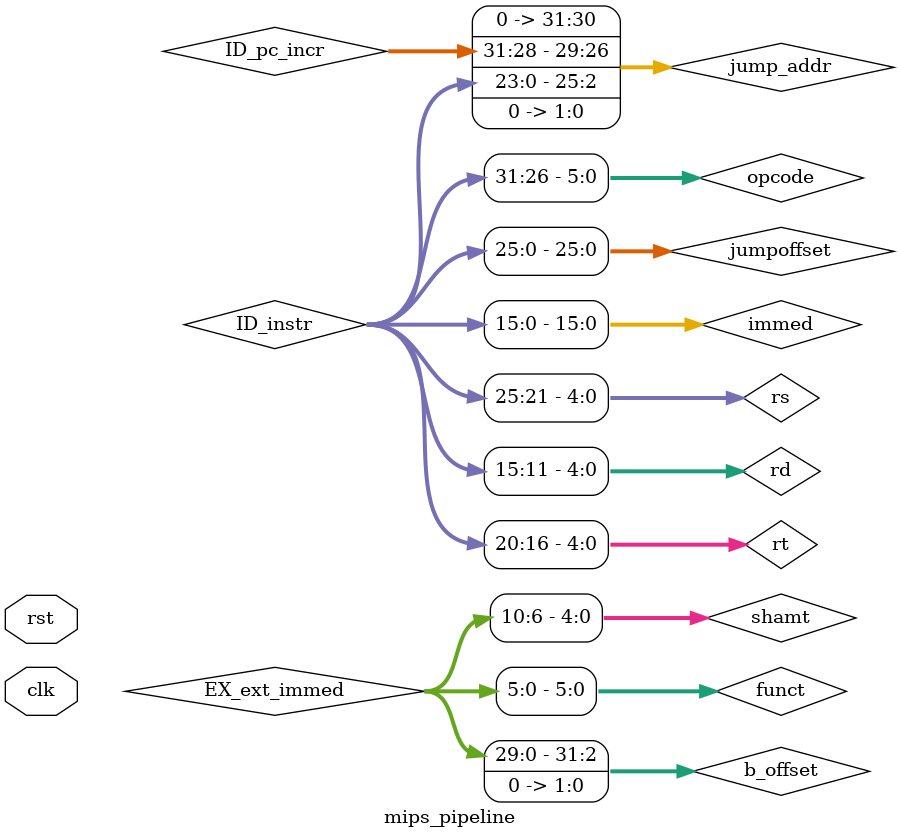
<source format=v>
    module mips_pipeline(clk, rst);
    input clk, rst;
    
    wire [31:0] pc, pc_incr, ID_pc_incr, pc_next, dmem_rdata, jump_addr, branch_addr, wd;
    wire [31:0] instr, ID_instr, IF_instr;

    // datapath signals 
    wire [31:0] alu_b, b_tgt, EX_b_tgt;

    // control signals
    wire RegWrite, Branch, PCSrc, RegDst, MemtoReg, MemRead, MemWrite, ALUSrc, Zero, Jump, bne, ID_RegWrite;
    wire [1:0] ALUOp;
    wire [2:0] Operation;


    // --------------------- IF Region ---------------------
    
    reg32 PC( .clk(clk), .rst(rst), .d_in(pc_next), .d_out(pc) );
    wire stay;
    wire[31:0] pc_add;
    
    memory InstrMem( .clk(clk), .MemRead(1'b1), .MemWrite(1'b1), .wd(32'b0), .addr(pc), .rd(IF_instr) ); 
    
    Hazard hazard( .clk(clk), .rst(rst), .stay(stay), .instr(IF_instr), .instr_out(instr) );
    
    add32 PCADD( .a(pc), .b(32'd4), .result(pc_incr) );  
    mux2 #(32) STMUX( .sel(stay), .a(pc), .b(pc_incr), .out(pc_add) );
    mux2 #(32) PCMUX( .sel(PCSrc), .a(b_tgt), .b(pc_add), .out(branch_addr) );
    mux2 #(32) JMUX( .sel(Jump), .a(jump_addr), .b(branch_addr), .out(pc_next) );
    
      reg_IF_ID REG_IF_ID( .clk(clk), .rst(rst), .pc_incr(pc_incr), .instr(instr), .pc_incr_out(ID_pc_incr),   .instr_out(ID_instr));

    // --------------------- ID Region ---------------------
    
    wire [1:0] EX_ALUOp;
    wire [5:0] opcode;
    wire [4:0] rs, rt, rd, wn;
    wire [15:0] immed;
    wire [25:0] jumpoffset;
    wire [31:0] ext_immed, EX_pc_incr, EX_instr;
    wire [31:0] rd1, rd2;
    wire ID_MemWrite, EX_RegDst, EX_ALUSrc, EX_MemRead, EX_MemWrite, EX_Branch, EX_MemtoReg, EX_RegWrite;
    // R-type
    assign opcode = ID_instr[31:26];
    assign rs = ID_instr[25:21];
    assign rt = ID_instr[20:16];
    assign rd = ID_instr[15:11];

    // I-type: Immediate
    assign immed = ID_instr[15:0];
    
    // J-type: Jump
    assign jumpoffset = ID_instr[25:0];
    assign jump_addr = { ID_pc_incr[31:28], jumpoffset <<2 };
    
    sign_extend SignExtend( .immed_in(immed), .ext_immed_out(ext_immed) );

	reg_file RegFile( .clk(clk), .RegWrite(RegWrite), .RN1(rs), .RN2(rt), .WN(wn), 
					  .WD(wd), .RD1(rd1), .RD2(rd2) );

    control CTL(.opcode(opcode), .RegDst(RegDst), .ALUSrc(ALUSrc), .MemtoReg(MemtoReg), 
                .RegWrite(ID_RegWrite), .MemRead(MemRead), .MemWrite(ID_MemWrite), .Branch(Branch), 
              .Jump(Jump), .ALUOp(ALUOp), .bne(bne));

    // Register ID/EX
      wire [5:0] EX_opcode;
    wire EX_bne;
    wire [4:0]  EX_wn, EX_rd, EX_rt;
    wire [31:0] EX_ext_immed, EX_rd1, EX_rd2;
    
      reg_ID_EX REG_ID_EX(.opcode(opcode), .clk(clk), .rst(rst), .RegDst(RegDst), .ALUSrc(ALUSrc), .ALUOp(ALUOp), .MemRead(MemRead), .MemWrite(ID_MemWrite), .Branch(Branch), .MemtoReg(MemtoReg), .RegWrite(ID_RegWrite), .bne(bne), .rfile_rd1(rd1), .rfile_rd2(rd2), .ext_immed(ext_immed), .rt(rt), .rd(rd), .pc_incr(ID_pc_incr),
                         .opcode_out(EX_opcode),.RegDst_out(EX_RegDst), .ALUSrc_out(EX_ALUSrc), .ALUOp_out(EX_ALUOp), 
                         .MemRead_out(EX_MemRead), .MemWrite_out(EX_MemWrite), .Branch_out(EX_Branch),     
                         .MemtoReg_out(EX_MemtoReg),.RegWrite_out(EX_RegWrite), 
                        .bne_out(EX_bne)/*.instr_out(EX_instr)*/, .rfile_rd1_out(EX_rd1), .rfile_rd2_out(EX_rd2),   .ext_immed_out(EX_ext_immed), 
                         .rt_out(EX_rt), .rd_out(EX_rd), .pc_incr_out(EX_pc_incr) );
        // EX_instr, EX_pc_incr
    // --------------------- EX Region --------------------- 

    wire MEM_zero, MEM_bne, DIVU ;
    wire [1:0] ALUSEL;
    wire [5:0] MEM_funct, funct, MEM_opcode;
    wire [4:0] MEM_shamt, shamt, MEM_wn;
    wire [31:0] MEM_ext_immed, MEM_pc_incr, MEM_instr; // MEM_pc_incr 
    wire [31:0] MEM_rd1, MEM_rd2, MEM_aluANS, MEM_result ; // ok
    wire MEM_RegDst, MEM_ALUSrc, MEM_MemRead, MEM_MemWrite, MEM_Branch, MEM_MemtoReg;
    wire [63:0] div_out ;
    wire [31:0] hi, lo, alu_out;
    wire [31:0] result, b_offset; 
    
    assign funct = EX_ext_immed[5:0]; 
    assign shamt = EX_ext_immed[10:6];
    assign b_offset = EX_ext_immed << 2; // branch offset
    
      add32 BRADD( .a(EX_pc_incr), .b(b_offset), .result(EX_b_tgt) );// ( pc + 4 ) + branch offset // 傳入 b 的大小有問題 by 56
    mux2 #(32) ALUMUX( .sel(EX_ALUSrc), .a(EX_ext_immed), .b(EX_rd2), .out(alu_b) ); // alu source

    alu_ctl ALUCTL( .ALUOp(EX_ALUOp), .Funct(funct), .ALUOperation(Operation), .DIVU(DIVU), .ALUSEL(ALUSEL) ); // 3 to 5 parameter missing DIVU, ALUSEL 
    
    Divider divider( .clk(clk), .rst(DIVU), .a(EX_rd1), .b(EX_rd2), .result(div_out) );
    HiLo HILO( .clk(clk), .DivAns(div_out), .HiOut(hi), .LoOut(lo) );
    
      ALU alu( .ctl(Operation), .a(EX_rd1), .b(alu_b), .result(alu_out), .zero(Zero)); 
    
      mux3 ALURMUX( .sel(ALUSEL), .a(hi), .b(lo), .c(alu_out), .out(result) );    // ALU result // sel 2 or 3  ?? by 56
    
      mux2 #(5)  RFMUX( .sel(EX_RegDst), .a(EX_rd), .b(EX_rt), .out(EX_wn) ); // Register destination
  
      reg_EX_MEM REG_EX_MEM( .opcode(EX_opcode), .funct(funct),  .clk (clk) , .reset(rst), .RW(EX_RegWrite), .MtoR(EX_MemtoReg), .MR(EX_MemRead), .MW(EX_MemWrite),.Branch(EX_Branch), .bne(EX_bne), .ext_immed(EX_ext_immed), .zero(Zero), .rd2(EX_rd2), .WN(EX_wn), .aluANS(result), .b_tgt(EX_b_tgt), 
                            .opcode_out(MEM_opcode), .funct_out(MEM_funct), .RW_out(MEM_RegWrite), .MtoR_out(MEM_MemtoReg), .MR_out(MEM_MemRead), .MW_out(MEM_MemWrite), .Branch_out(MEM_Branch), .bne_out(MEM_bne),                       .ext_immed_out(MEM_ext_immed), .zero_out(MEM_zero), .aluANS_out(MEM_result), .rd2_out(MEM_rd2), .WN_out(MEM_wn), .b_tgt_out(b_tgt) ) ;
    // aluANS, aluANS_outS, WM_out
    // --------------------- MEM Region ---------------------
    wire[5:0]  WB_opcode;
    wire[31:0] WB_dataMemrd, WB_result;
    wire WB_Branch, WB_MemtoReg, MEM_cmp;
    wire [4:0] MUX;
      wire [5:0] WB_funct;
    xor (MEM_cmp, MEM_bne, MEM_zero);
    and BRAND(PCSrc, MEM_cmp, MEM_Branch);
  
  
      memory DataMemory(.clk(clk), .MemRead(MEM_MemRead), .MemWrite(MEM_MemWrite), .wd(MEM_rd2), .addr(MEM_result), .rd(dmem_rdata) ) ; 

      reg_MEM_WB REG_MEM_WB( .opcode(MEM_opcode), .funct(MEM_funct), .clk(clk), .rst(rst), .regWrite(MEM_RegWrite), .memtoReg(MEM_MemtoReg), .dataMemrd(dmem_rdata), .ALU_result(MEM_result), .WN(MEM_wn), .opcode_out(WB_opcode), .funct_out(WB_funct), .regWrite_out(RegWrite), .memtoReg_out(WB_MemtoReg), .dataMemrd_out(WB_dataMemrd), .ALU_result_out(WB_result), .WN_out(wn) ) ;
// 新增 regWrite port
// RegWrite、MUX 去掉WB


      // opcode & funct :  WB_opcode, WB_funct !! 
    // --------------------- WB Region ---------------------
    mux2 #(32) WRMUX(  .sel(WB_MemtoReg), .a(WB_dataMemrd), .b(WB_result), .out(wd) );  
  
  
endmodule
</source>
